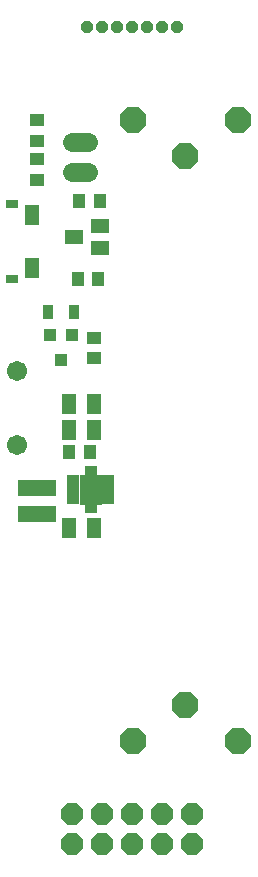
<source format=gts>
G75*
%MOIN*%
%OFA0B0*%
%FSLAX25Y25*%
%IPPOS*%
%LPD*%
%AMOC8*
5,1,8,0,0,1.08239X$1,22.5*
%
%ADD10OC8,0.07400*%
%ADD11OC8,0.04048*%
%ADD12R,0.07296X0.10249*%
%ADD13R,0.03950X0.01902*%
%ADD14R,0.01902X0.03556*%
%ADD15R,0.12808X0.05288*%
%ADD16R,0.04600X0.06800*%
%ADD17R,0.04300X0.05000*%
%ADD18C,0.06706*%
%ADD19R,0.05000X0.04300*%
%ADD20OC8,0.08600*%
%ADD21R,0.03800X0.04800*%
%ADD22R,0.03950X0.04343*%
%ADD23R,0.03950X0.03162*%
%ADD24R,0.04934X0.06509*%
%ADD25C,0.06200*%
%ADD26R,0.06312X0.04737*%
D10*
X0094504Y0066197D03*
X0094504Y0076197D03*
X0104504Y0076197D03*
X0104504Y0066197D03*
X0114504Y0066197D03*
X0114504Y0076197D03*
X0124504Y0076197D03*
X0124504Y0066197D03*
X0134504Y0066197D03*
X0134504Y0076197D03*
D11*
X0129504Y0338559D03*
X0124504Y0338559D03*
X0119504Y0338559D03*
X0114504Y0338559D03*
X0109504Y0338559D03*
X0104504Y0338559D03*
X0099504Y0338559D03*
D12*
X0100724Y0184386D03*
D13*
X0094917Y0184386D03*
X0094917Y0186354D03*
X0094917Y0188323D03*
X0094917Y0182417D03*
X0094917Y0180449D03*
X0106531Y0180449D03*
X0106531Y0182417D03*
X0106531Y0184386D03*
X0106531Y0186354D03*
X0106531Y0188323D03*
D14*
X0101709Y0190488D03*
X0099740Y0190488D03*
X0099740Y0178283D03*
X0101709Y0178283D03*
D15*
X0083008Y0176118D03*
X0083008Y0184780D03*
D16*
X0093672Y0171591D03*
X0101872Y0171591D03*
X0101872Y0204071D03*
X0101872Y0212929D03*
X0093672Y0212929D03*
X0093672Y0204071D03*
D17*
X0093663Y0197024D03*
X0100463Y0197024D03*
X0103337Y0254465D03*
X0096537Y0254465D03*
X0096931Y0280449D03*
X0103731Y0280449D03*
D18*
X0076118Y0223756D03*
X0076118Y0199150D03*
D19*
X0101709Y0228230D03*
X0101709Y0235030D03*
X0082811Y0287679D03*
X0082811Y0294479D03*
X0082811Y0300671D03*
X0082811Y0307471D03*
D20*
X0114720Y0307535D03*
X0132220Y0295535D03*
X0149720Y0307535D03*
X0132220Y0112535D03*
X0114720Y0100535D03*
X0149720Y0100535D03*
D21*
X0095282Y0243441D03*
X0086482Y0243441D03*
D22*
X0087142Y0235961D03*
X0090882Y0227693D03*
X0094622Y0235961D03*
D23*
X0074543Y0254465D03*
X0074543Y0279661D03*
D24*
X0081335Y0276020D03*
X0081335Y0258106D03*
D25*
X0094481Y0290134D02*
X0099881Y0290134D01*
X0099881Y0300134D02*
X0094481Y0300134D01*
D26*
X0103874Y0272378D03*
X0103874Y0264898D03*
X0095213Y0268638D03*
M02*

</source>
